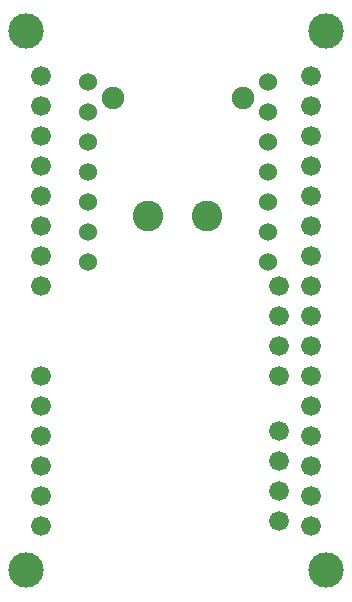
<source format=gbs>
G04 Layer: BottomSolderMaskLayer*
G04 EasyEDA Pro v2.2.36.7, 2025-07-16 21:13:32*
G04 Gerber Generator version 0.3*
G04 Scale: 100 percent, Rotated: No, Reflected: No*
G04 Dimensions in millimeters*
G04 Leading zeros omitted, absolute positions, 4 integers and 5 decimals*
%FSLAX45Y45*%
%MOMM*%
%ADD10C,3.002*%
%ADD11C,2.602*%
%ADD12C,1.902*%
%ADD13C,1.6768*%
%ADD14C,1.6748*%
%ADD15C,1.524*%
G75*


G04 Pad Start*
G54D10*
G01X-1270000Y2044700D03*
G01X1270000Y2044700D03*
G01X1270000Y-2514600D03*
G01X-1270000Y-2514600D03*
G54D11*
G01X-237299Y478597D03*
G01X262700Y478597D03*
G54D12*
G01X562699Y1478595D03*
G01X-537299Y1478595D03*
G54D13*
G01X866902Y-615406D03*
G01X866902Y-869406D03*
G01X866902Y-361406D03*
G01X866902Y-107406D03*
G01X866902Y-1842480D03*
G01X866902Y-2096480D03*
G01X866902Y-1588480D03*
G01X866902Y-1334480D03*
G54D14*
G01X-1143000Y144587D03*
G01X-1143000Y-109413D03*
G01X-1143000Y-871413D03*
G01X-1143000Y-1125413D03*
G01X-1143000Y-1379413D03*
G01X-1143000Y-1633413D03*
G01X-1143000Y-1887413D03*
G01X-1143000Y-2141413D03*
G01X1143000Y-2141413D03*
G01X1143000Y-1887413D03*
G01X1143000Y-1633413D03*
G01X1143000Y-1377635D03*
G01X1143000Y-1123635D03*
G01X1143000Y-869635D03*
G01X1143000Y-615635D03*
G01X1143000Y-361635D03*
G01X1143000Y-107635D03*
G01X1143000Y146365D03*
G01X1143000Y400365D03*
G01X1143000Y654365D03*
G01X1143000Y908365D03*
G01X1143000Y1162365D03*
G01X1143000Y1416365D03*
G01X1143000Y1670365D03*
G01X-1143000Y398587D03*
G01X-1143000Y652587D03*
G01X-1143000Y906587D03*
G01X-1143000Y1160587D03*
G01X-1143000Y1668587D03*
G01X-1143000Y1414587D03*
G54D15*
G01X-749936Y1620076D03*
G01X-749936Y1366076D03*
G01X-749936Y1112076D03*
G01X-749936Y858076D03*
G01X-749936Y604076D03*
G01X-749936Y350076D03*
G01X-749936Y96076D03*
G01X774064Y96076D03*
G01X774064Y350076D03*
G01X774064Y604076D03*
G01X774064Y858076D03*
G01X774064Y1112076D03*
G01X774064Y1366076D03*
G01X774064Y1620076D03*
G04 Pad End*

M02*


</source>
